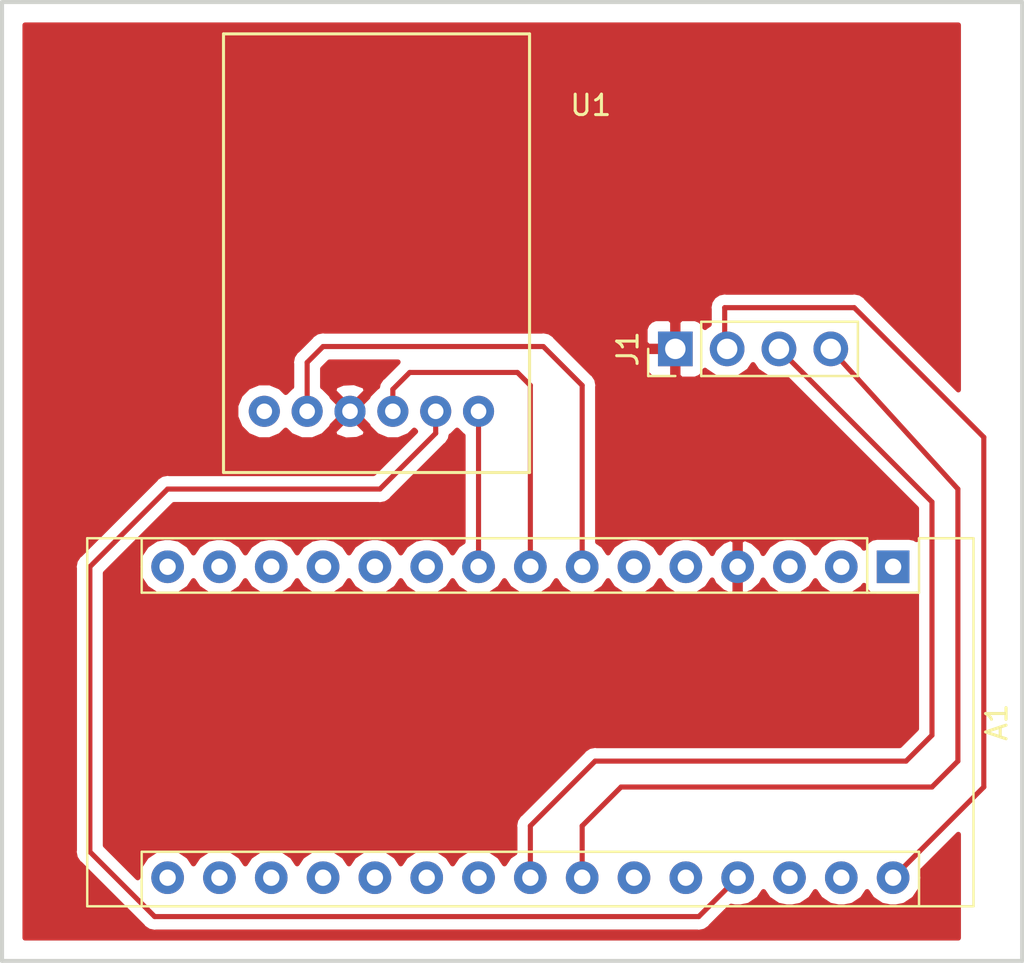
<source format=kicad_pcb>
(kicad_pcb (version 20171130) (host pcbnew "(5.0.2)-1")

  (general
    (thickness 1.6)
    (drawings 4)
    (tracks 36)
    (zones 0)
    (modules 3)
    (nets 32)
  )

  (page A4)
  (layers
    (0 F.Cu signal)
    (31 B.Cu signal)
    (32 B.Adhes user)
    (33 F.Adhes user)
    (34 B.Paste user)
    (35 F.Paste user)
    (36 B.SilkS user)
    (37 F.SilkS user)
    (38 B.Mask user)
    (39 F.Mask user)
    (40 Dwgs.User user)
    (41 Cmts.User user)
    (42 Eco1.User user)
    (43 Eco2.User user)
    (44 Edge.Cuts user)
    (45 Margin user)
    (46 B.CrtYd user)
    (47 F.CrtYd user)
    (48 B.Fab user)
    (49 F.Fab user)
  )

  (setup
    (last_trace_width 0.25)
    (trace_clearance 0.2)
    (zone_clearance 0.508)
    (zone_45_only no)
    (trace_min 0.2)
    (segment_width 0.2)
    (edge_width 0.2)
    (via_size 0.8)
    (via_drill 0.4)
    (via_min_size 0.4)
    (via_min_drill 0.3)
    (uvia_size 0.3)
    (uvia_drill 0.1)
    (uvias_allowed no)
    (uvia_min_size 0.2)
    (uvia_min_drill 0.1)
    (pcb_text_width 0.3)
    (pcb_text_size 1.5 1.5)
    (mod_edge_width 0.15)
    (mod_text_size 1 1)
    (mod_text_width 0.15)
    (pad_size 1.524 1.524)
    (pad_drill 0.762)
    (pad_to_mask_clearance 0.051)
    (solder_mask_min_width 0.25)
    (aux_axis_origin 0 0)
    (visible_elements FFFFFF7F)
    (pcbplotparams
      (layerselection 0x010fc_ffffffff)
      (usegerberextensions false)
      (usegerberattributes false)
      (usegerberadvancedattributes false)
      (creategerberjobfile false)
      (excludeedgelayer true)
      (linewidth 0.100000)
      (plotframeref false)
      (viasonmask false)
      (mode 1)
      (useauxorigin false)
      (hpglpennumber 1)
      (hpglpenspeed 20)
      (hpglpendiameter 15.000000)
      (psnegative false)
      (psa4output false)
      (plotreference true)
      (plotvalue true)
      (plotinvisibletext false)
      (padsonsilk false)
      (subtractmaskfromsilk false)
      (outputformat 1)
      (mirror false)
      (drillshape 1)
      (scaleselection 1)
      (outputdirectory ""))
  )

  (net 0 "")
  (net 1 "Net-(A1-Pad1)")
  (net 2 "Net-(A1-Pad17)")
  (net 3 "Net-(A1-Pad2)")
  (net 4 "Net-(A1-Pad18)")
  (net 5 "Net-(A1-Pad3)")
  (net 6 "Net-(A1-Pad19)")
  (net 7 "Net-(A1-Pad20)")
  (net 8 "Net-(A1-Pad5)")
  (net 9 "Net-(A1-Pad21)")
  (net 10 "Net-(A1-Pad6)")
  (net 11 "Net-(A1-Pad22)")
  (net 12 "Net-(A1-Pad7)")
  (net 13 "Net-(A1-Pad23)")
  (net 14 "Net-(A1-Pad8)")
  (net 15 "Net-(A1-Pad24)")
  (net 16 "Net-(A1-Pad9)")
  (net 17 "Net-(A1-Pad25)")
  (net 18 "Net-(A1-Pad10)")
  (net 19 "Net-(A1-Pad26)")
  (net 20 "Net-(A1-Pad11)")
  (net 21 "Net-(A1-Pad27)")
  (net 22 "Net-(A1-Pad12)")
  (net 23 "Net-(A1-Pad28)")
  (net 24 "Net-(A1-Pad13)")
  (net 25 "Net-(A1-Pad29)")
  (net 26 "Net-(A1-Pad14)")
  (net 27 "Net-(A1-Pad30)")
  (net 28 "Net-(A1-Pad15)")
  (net 29 "Net-(A1-Pad16)")
  (net 30 "Net-(U1-Pad1)")
  (net 31 GND)

  (net_class Default "This is the default net class."
    (clearance 0.2)
    (trace_width 0.25)
    (via_dia 0.8)
    (via_drill 0.4)
    (uvia_dia 0.3)
    (uvia_drill 0.1)
    (add_net GND)
    (add_net "Net-(A1-Pad1)")
    (add_net "Net-(A1-Pad10)")
    (add_net "Net-(A1-Pad11)")
    (add_net "Net-(A1-Pad12)")
    (add_net "Net-(A1-Pad13)")
    (add_net "Net-(A1-Pad14)")
    (add_net "Net-(A1-Pad15)")
    (add_net "Net-(A1-Pad16)")
    (add_net "Net-(A1-Pad17)")
    (add_net "Net-(A1-Pad18)")
    (add_net "Net-(A1-Pad19)")
    (add_net "Net-(A1-Pad2)")
    (add_net "Net-(A1-Pad20)")
    (add_net "Net-(A1-Pad21)")
    (add_net "Net-(A1-Pad22)")
    (add_net "Net-(A1-Pad23)")
    (add_net "Net-(A1-Pad24)")
    (add_net "Net-(A1-Pad25)")
    (add_net "Net-(A1-Pad26)")
    (add_net "Net-(A1-Pad27)")
    (add_net "Net-(A1-Pad28)")
    (add_net "Net-(A1-Pad29)")
    (add_net "Net-(A1-Pad3)")
    (add_net "Net-(A1-Pad30)")
    (add_net "Net-(A1-Pad5)")
    (add_net "Net-(A1-Pad6)")
    (add_net "Net-(A1-Pad7)")
    (add_net "Net-(A1-Pad8)")
    (add_net "Net-(A1-Pad9)")
    (add_net "Net-(U1-Pad1)")
  )

  (module Connector_PinHeader_2.54mm:PinHeader_1x04_P2.54mm_Vertical (layer F.Cu) (tedit 59FED5CC) (tstamp 5D07FC5A)
    (at 183 96 90)
    (descr "Through hole straight pin header, 1x04, 2.54mm pitch, single row")
    (tags "Through hole pin header THT 1x04 2.54mm single row")
    (path /5CFB6FDB)
    (fp_text reference J1 (at 0 -2.33 90) (layer F.SilkS)
      (effects (font (size 1 1) (thickness 0.15)))
    )
    (fp_text value Conn_01x04_Female (at 0 9.95 90) (layer F.Fab)
      (effects (font (size 1 1) (thickness 0.15)))
    )
    (fp_line (start -0.635 -1.27) (end 1.27 -1.27) (layer F.Fab) (width 0.1))
    (fp_line (start 1.27 -1.27) (end 1.27 8.89) (layer F.Fab) (width 0.1))
    (fp_line (start 1.27 8.89) (end -1.27 8.89) (layer F.Fab) (width 0.1))
    (fp_line (start -1.27 8.89) (end -1.27 -0.635) (layer F.Fab) (width 0.1))
    (fp_line (start -1.27 -0.635) (end -0.635 -1.27) (layer F.Fab) (width 0.1))
    (fp_line (start -1.33 8.95) (end 1.33 8.95) (layer F.SilkS) (width 0.12))
    (fp_line (start -1.33 1.27) (end -1.33 8.95) (layer F.SilkS) (width 0.12))
    (fp_line (start 1.33 1.27) (end 1.33 8.95) (layer F.SilkS) (width 0.12))
    (fp_line (start -1.33 1.27) (end 1.33 1.27) (layer F.SilkS) (width 0.12))
    (fp_line (start -1.33 0) (end -1.33 -1.33) (layer F.SilkS) (width 0.12))
    (fp_line (start -1.33 -1.33) (end 0 -1.33) (layer F.SilkS) (width 0.12))
    (fp_line (start -1.8 -1.8) (end -1.8 9.4) (layer F.CrtYd) (width 0.05))
    (fp_line (start -1.8 9.4) (end 1.8 9.4) (layer F.CrtYd) (width 0.05))
    (fp_line (start 1.8 9.4) (end 1.8 -1.8) (layer F.CrtYd) (width 0.05))
    (fp_line (start 1.8 -1.8) (end -1.8 -1.8) (layer F.CrtYd) (width 0.05))
    (fp_text user %R (at 0 3.81 180) (layer F.Fab)
      (effects (font (size 1 1) (thickness 0.15)))
    )
    (pad 1 thru_hole rect (at 0 0 90) (size 1.7 1.7) (drill 1) (layers *.Cu *.Mask)
      (net 31 GND))
    (pad 2 thru_hole oval (at 0 2.54 90) (size 1.7 1.7) (drill 1) (layers *.Cu *.Mask)
      (net 27 "Net-(A1-Pad30)"))
    (pad 3 thru_hole oval (at 0 5.08 90) (size 1.7 1.7) (drill 1) (layers *.Cu *.Mask)
      (net 13 "Net-(A1-Pad23)"))
    (pad 4 thru_hole oval (at 0 7.62 90) (size 1.7 1.7) (drill 1) (layers *.Cu *.Mask)
      (net 15 "Net-(A1-Pad24)"))
    (model ${KISYS3DMOD}/Connector_PinHeader_2.54mm.3dshapes/PinHeader_1x04_P2.54mm_Vertical.wrl
      (at (xyz 0 0 0))
      (scale (xyz 1 1 1))
      (rotate (xyz 0 0 0))
    )
  )

  (module EMS22A_b-style:EMS22A_B-style (layer F.Cu) (tedit 5CFB5E49) (tstamp 5D07FC42)
    (at 162.855 99.06)
    (path /5CFB6876)
    (fp_text reference U1 (at 16 -15) (layer F.SilkS)
      (effects (font (size 1 1) (thickness 0.15)))
    )
    (fp_text value EMS22A_B-style (at 20 -17) (layer F.Fab)
      (effects (font (size 1 1) (thickness 0.15)))
    )
    (fp_line (start 13 -18.5) (end -2 -18.5) (layer F.SilkS) (width 0.15))
    (fp_line (start 13 3) (end 13 -18.5) (layer F.SilkS) (width 0.15))
    (fp_line (start -2 3) (end 13 3) (layer F.SilkS) (width 0.15))
    (fp_line (start -2 -18.5) (end -2 3) (layer F.SilkS) (width 0.15))
    (pad 6 thru_hole circle (at 10.5 0) (size 1.524 1.524) (drill 0.762) (layers *.Cu *.Mask)
      (net 16 "Net-(A1-Pad9)"))
    (pad 5 thru_hole circle (at 8.4 0) (size 1.524 1.524) (drill 0.762) (layers *.Cu *.Mask)
      (net 21 "Net-(A1-Pad27)"))
    (pad 4 thru_hole circle (at 6.3 0) (size 1.524 1.524) (drill 0.762) (layers *.Cu *.Mask)
      (net 14 "Net-(A1-Pad8)"))
    (pad 3 thru_hole circle (at 4.2 0) (size 1.524 1.524) (drill 0.762) (layers *.Cu *.Mask)
      (net 31 GND))
    (pad 2 thru_hole circle (at 2.1 0) (size 1.524 1.524) (drill 0.762) (layers *.Cu *.Mask)
      (net 12 "Net-(A1-Pad7)"))
    (pad 1 thru_hole circle (at 0 0) (size 1.524 1.524) (drill 0.762) (layers *.Cu *.Mask)
      (net 30 "Net-(U1-Pad1)"))
  )

  (module Module:Arduino_Nano (layer F.Cu) (tedit 58ACAF70) (tstamp 5D07FC34)
    (at 193.675 106.68 270)
    (descr "Arduino Nano, http://www.mouser.com/pdfdocs/Gravitech_Arduino_Nano3_0.pdf")
    (tags "Arduino Nano")
    (path /5CFB6505)
    (fp_text reference A1 (at 7.62 -5.08 270) (layer F.SilkS)
      (effects (font (size 1 1) (thickness 0.15)))
    )
    (fp_text value Arduino_Nano_v2.x (at 8.89 19.05) (layer F.Fab)
      (effects (font (size 1 1) (thickness 0.15)))
    )
    (fp_text user %R (at 6.35 19.05) (layer F.Fab)
      (effects (font (size 1 1) (thickness 0.15)))
    )
    (fp_line (start 1.27 1.27) (end 1.27 -1.27) (layer F.SilkS) (width 0.12))
    (fp_line (start 1.27 -1.27) (end -1.4 -1.27) (layer F.SilkS) (width 0.12))
    (fp_line (start -1.4 1.27) (end -1.4 39.5) (layer F.SilkS) (width 0.12))
    (fp_line (start -1.4 -3.94) (end -1.4 -1.27) (layer F.SilkS) (width 0.12))
    (fp_line (start 13.97 -1.27) (end 16.64 -1.27) (layer F.SilkS) (width 0.12))
    (fp_line (start 13.97 -1.27) (end 13.97 36.83) (layer F.SilkS) (width 0.12))
    (fp_line (start 13.97 36.83) (end 16.64 36.83) (layer F.SilkS) (width 0.12))
    (fp_line (start 1.27 1.27) (end -1.4 1.27) (layer F.SilkS) (width 0.12))
    (fp_line (start 1.27 1.27) (end 1.27 36.83) (layer F.SilkS) (width 0.12))
    (fp_line (start 1.27 36.83) (end -1.4 36.83) (layer F.SilkS) (width 0.12))
    (fp_line (start 3.81 31.75) (end 11.43 31.75) (layer F.Fab) (width 0.1))
    (fp_line (start 11.43 31.75) (end 11.43 41.91) (layer F.Fab) (width 0.1))
    (fp_line (start 11.43 41.91) (end 3.81 41.91) (layer F.Fab) (width 0.1))
    (fp_line (start 3.81 41.91) (end 3.81 31.75) (layer F.Fab) (width 0.1))
    (fp_line (start -1.4 39.5) (end 16.64 39.5) (layer F.SilkS) (width 0.12))
    (fp_line (start 16.64 39.5) (end 16.64 -3.94) (layer F.SilkS) (width 0.12))
    (fp_line (start 16.64 -3.94) (end -1.4 -3.94) (layer F.SilkS) (width 0.12))
    (fp_line (start 16.51 39.37) (end -1.27 39.37) (layer F.Fab) (width 0.1))
    (fp_line (start -1.27 39.37) (end -1.27 -2.54) (layer F.Fab) (width 0.1))
    (fp_line (start -1.27 -2.54) (end 0 -3.81) (layer F.Fab) (width 0.1))
    (fp_line (start 0 -3.81) (end 16.51 -3.81) (layer F.Fab) (width 0.1))
    (fp_line (start 16.51 -3.81) (end 16.51 39.37) (layer F.Fab) (width 0.1))
    (fp_line (start -1.53 -4.06) (end 16.75 -4.06) (layer F.CrtYd) (width 0.05))
    (fp_line (start -1.53 -4.06) (end -1.53 42.16) (layer F.CrtYd) (width 0.05))
    (fp_line (start 16.75 42.16) (end 16.75 -4.06) (layer F.CrtYd) (width 0.05))
    (fp_line (start 16.75 42.16) (end -1.53 42.16) (layer F.CrtYd) (width 0.05))
    (pad 1 thru_hole rect (at 0 0 270) (size 1.6 1.6) (drill 0.8) (layers *.Cu *.Mask)
      (net 1 "Net-(A1-Pad1)"))
    (pad 17 thru_hole oval (at 15.24 33.02 270) (size 1.6 1.6) (drill 0.8) (layers *.Cu *.Mask)
      (net 2 "Net-(A1-Pad17)"))
    (pad 2 thru_hole oval (at 0 2.54 270) (size 1.6 1.6) (drill 0.8) (layers *.Cu *.Mask)
      (net 3 "Net-(A1-Pad2)"))
    (pad 18 thru_hole oval (at 15.24 30.48 270) (size 1.6 1.6) (drill 0.8) (layers *.Cu *.Mask)
      (net 4 "Net-(A1-Pad18)"))
    (pad 3 thru_hole oval (at 0 5.08 270) (size 1.6 1.6) (drill 0.8) (layers *.Cu *.Mask)
      (net 5 "Net-(A1-Pad3)"))
    (pad 19 thru_hole oval (at 15.24 27.94 270) (size 1.6 1.6) (drill 0.8) (layers *.Cu *.Mask)
      (net 6 "Net-(A1-Pad19)"))
    (pad 4 thru_hole oval (at 0 7.62 270) (size 1.6 1.6) (drill 0.8) (layers *.Cu *.Mask)
      (net 31 GND))
    (pad 20 thru_hole oval (at 15.24 25.4 270) (size 1.6 1.6) (drill 0.8) (layers *.Cu *.Mask)
      (net 7 "Net-(A1-Pad20)"))
    (pad 5 thru_hole oval (at 0 10.16 270) (size 1.6 1.6) (drill 0.8) (layers *.Cu *.Mask)
      (net 8 "Net-(A1-Pad5)"))
    (pad 21 thru_hole oval (at 15.24 22.86 270) (size 1.6 1.6) (drill 0.8) (layers *.Cu *.Mask)
      (net 9 "Net-(A1-Pad21)"))
    (pad 6 thru_hole oval (at 0 12.7 270) (size 1.6 1.6) (drill 0.8) (layers *.Cu *.Mask)
      (net 10 "Net-(A1-Pad6)"))
    (pad 22 thru_hole oval (at 15.24 20.32 270) (size 1.6 1.6) (drill 0.8) (layers *.Cu *.Mask)
      (net 11 "Net-(A1-Pad22)"))
    (pad 7 thru_hole oval (at 0 15.24 270) (size 1.6 1.6) (drill 0.8) (layers *.Cu *.Mask)
      (net 12 "Net-(A1-Pad7)"))
    (pad 23 thru_hole oval (at 15.24 17.78 270) (size 1.6 1.6) (drill 0.8) (layers *.Cu *.Mask)
      (net 13 "Net-(A1-Pad23)"))
    (pad 8 thru_hole oval (at 0 17.78 270) (size 1.6 1.6) (drill 0.8) (layers *.Cu *.Mask)
      (net 14 "Net-(A1-Pad8)"))
    (pad 24 thru_hole oval (at 15.24 15.24 270) (size 1.6 1.6) (drill 0.8) (layers *.Cu *.Mask)
      (net 15 "Net-(A1-Pad24)"))
    (pad 9 thru_hole oval (at 0 20.32 270) (size 1.6 1.6) (drill 0.8) (layers *.Cu *.Mask)
      (net 16 "Net-(A1-Pad9)"))
    (pad 25 thru_hole oval (at 15.24 12.7 270) (size 1.6 1.6) (drill 0.8) (layers *.Cu *.Mask)
      (net 17 "Net-(A1-Pad25)"))
    (pad 10 thru_hole oval (at 0 22.86 270) (size 1.6 1.6) (drill 0.8) (layers *.Cu *.Mask)
      (net 18 "Net-(A1-Pad10)"))
    (pad 26 thru_hole oval (at 15.24 10.16 270) (size 1.6 1.6) (drill 0.8) (layers *.Cu *.Mask)
      (net 19 "Net-(A1-Pad26)"))
    (pad 11 thru_hole oval (at 0 25.4 270) (size 1.6 1.6) (drill 0.8) (layers *.Cu *.Mask)
      (net 20 "Net-(A1-Pad11)"))
    (pad 27 thru_hole oval (at 15.24 7.62 270) (size 1.6 1.6) (drill 0.8) (layers *.Cu *.Mask)
      (net 21 "Net-(A1-Pad27)"))
    (pad 12 thru_hole oval (at 0 27.94 270) (size 1.6 1.6) (drill 0.8) (layers *.Cu *.Mask)
      (net 22 "Net-(A1-Pad12)"))
    (pad 28 thru_hole oval (at 15.24 5.08 270) (size 1.6 1.6) (drill 0.8) (layers *.Cu *.Mask)
      (net 23 "Net-(A1-Pad28)"))
    (pad 13 thru_hole oval (at 0 30.48 270) (size 1.6 1.6) (drill 0.8) (layers *.Cu *.Mask)
      (net 24 "Net-(A1-Pad13)"))
    (pad 29 thru_hole oval (at 15.24 2.54 270) (size 1.6 1.6) (drill 0.8) (layers *.Cu *.Mask)
      (net 25 "Net-(A1-Pad29)"))
    (pad 14 thru_hole oval (at 0 33.02 270) (size 1.6 1.6) (drill 0.8) (layers *.Cu *.Mask)
      (net 26 "Net-(A1-Pad14)"))
    (pad 30 thru_hole oval (at 15.24 0 270) (size 1.6 1.6) (drill 0.8) (layers *.Cu *.Mask)
      (net 27 "Net-(A1-Pad30)"))
    (pad 15 thru_hole oval (at 0 35.56 270) (size 1.6 1.6) (drill 0.8) (layers *.Cu *.Mask)
      (net 28 "Net-(A1-Pad15)"))
    (pad 16 thru_hole oval (at 15.24 35.56 270) (size 1.6 1.6) (drill 0.8) (layers *.Cu *.Mask)
      (net 29 "Net-(A1-Pad16)"))
    (model ${KISYS3DMOD}/Module.3dshapes/Arduino_Nano_WithMountingHoles.wrl
      (at (xyz 0 0 0))
      (scale (xyz 1 1 1))
      (rotate (xyz 0 0 0))
    )
  )

  (gr_line (start 200 126) (end 150 126) (layer Edge.Cuts) (width 0.2))
  (gr_line (start 200 79) (end 200 126) (layer Edge.Cuts) (width 0.2))
  (gr_line (start 150 79) (end 200 79) (layer Edge.Cuts) (width 0.2))
  (gr_line (start 150 126) (end 150 79) (layer Edge.Cuts) (width 0.2))

  (segment (start 164.955 99.06) (end 164.955 96.665) (width 0.25) (layer F.Cu) (net 12))
  (segment (start 164.955 96.665) (end 165.735 95.885) (width 0.25) (layer F.Cu) (net 12))
  (segment (start 165.735 95.885) (end 176.53 95.885) (width 0.25) (layer F.Cu) (net 12))
  (segment (start 178.435 97.79) (end 178.435 106.68) (width 0.25) (layer F.Cu) (net 12))
  (segment (start 176.53 95.885) (end 178.435 97.79) (width 0.25) (layer F.Cu) (net 12))
  (segment (start 175.895 119.38) (end 175.895 121.92) (width 0.25) (layer F.Cu) (net 13))
  (segment (start 179.07 116.205) (end 175.895 119.38) (width 0.25) (layer F.Cu) (net 13))
  (segment (start 194.31 116.205) (end 179.07 116.205) (width 0.25) (layer F.Cu) (net 13))
  (segment (start 195.58 114.935) (end 194.31 116.205) (width 0.25) (layer F.Cu) (net 13))
  (segment (start 187.96 95.885) (end 195.58 103.505) (width 0.25) (layer F.Cu) (net 13))
  (segment (start 195.58 103.505) (end 195.58 114.935) (width 0.25) (layer F.Cu) (net 13))
  (segment (start 169.155 97.98237) (end 169.98237 97.155) (width 0.25) (layer F.Cu) (net 14))
  (segment (start 169.155 99.06) (end 169.155 97.98237) (width 0.25) (layer F.Cu) (net 14))
  (segment (start 169.98237 97.155) (end 175.26 97.155) (width 0.25) (layer F.Cu) (net 14))
  (segment (start 175.895 97.79) (end 175.895 106.68) (width 0.25) (layer F.Cu) (net 14))
  (segment (start 175.26 97.155) (end 175.895 97.79) (width 0.25) (layer F.Cu) (net 14))
  (segment (start 196.85 102.87) (end 190.5 95.885) (width 0.25) (layer F.Cu) (net 15))
  (segment (start 196.85 116.205) (end 196.85 102.87) (width 0.25) (layer F.Cu) (net 15))
  (segment (start 195.58 117.475) (end 196.85 116.205) (width 0.25) (layer F.Cu) (net 15))
  (segment (start 180.34 117.475) (end 195.58 117.475) (width 0.25) (layer F.Cu) (net 15))
  (segment (start 178.435 121.92) (end 178.435 119.38) (width 0.25) (layer F.Cu) (net 15))
  (segment (start 178.435 119.38) (end 180.34 117.475) (width 0.25) (layer F.Cu) (net 15))
  (segment (start 173.355 99.06) (end 173.355 106.68) (width 0.25) (layer F.Cu) (net 16))
  (segment (start 184.15 123.825) (end 186.055 121.92) (width 0.25) (layer F.Cu) (net 21))
  (segment (start 157.48 123.825) (end 184.15 123.825) (width 0.25) (layer F.Cu) (net 21))
  (segment (start 171.255 100.13763) (end 168.52263 102.87) (width 0.25) (layer F.Cu) (net 21))
  (segment (start 171.255 99.06) (end 171.255 100.13763) (width 0.25) (layer F.Cu) (net 21))
  (segment (start 168.52263 102.87) (end 158.115 102.87) (width 0.25) (layer F.Cu) (net 21))
  (segment (start 158.115 102.87) (end 154.305 106.68) (width 0.25) (layer F.Cu) (net 21))
  (segment (start 154.305 106.68) (end 154.305 120.65) (width 0.25) (layer F.Cu) (net 21))
  (segment (start 154.305 120.65) (end 157.48 123.825) (width 0.25) (layer F.Cu) (net 21))
  (segment (start 198.12 117.475) (end 193.675 121.92) (width 0.25) (layer F.Cu) (net 27))
  (segment (start 198.12 100.33) (end 198.12 117.475) (width 0.25) (layer F.Cu) (net 27))
  (segment (start 191.77 93.98) (end 198.12 100.33) (width 0.25) (layer F.Cu) (net 27))
  (segment (start 185.42 95.885) (end 185.42 93.98) (width 0.25) (layer F.Cu) (net 27))
  (segment (start 185.42 93.98) (end 191.77 93.98) (width 0.25) (layer F.Cu) (net 27))

  (zone (net 31) (net_name GND) (layer F.Cu) (tstamp 0) (hatch edge 0.508)
    (connect_pads (clearance 0.508))
    (min_thickness 0.254)
    (fill yes (arc_segments 16) (thermal_gap 0.508) (thermal_bridge_width 0.508))
    (polygon
      (pts
        (xy 197 125) (xy 151 125) (xy 151 80) (xy 197 80)
      )
    )
    (filled_polygon
      (pts
        (xy 196.873 98.008198) (xy 192.360331 93.49553) (xy 192.317929 93.432071) (xy 192.066537 93.264096) (xy 191.844852 93.22)
        (xy 191.844847 93.22) (xy 191.77 93.205112) (xy 191.695153 93.22) (xy 185.494852 93.22) (xy 185.42 93.205111)
        (xy 185.345148 93.22) (xy 185.123463 93.264096) (xy 184.872071 93.432071) (xy 184.704096 93.683463) (xy 184.645111 93.98)
        (xy 184.660001 94.054857) (xy 184.660001 94.802003) (xy 184.469375 94.929375) (xy 184.454904 94.951033) (xy 184.388327 94.790302)
        (xy 184.209699 94.611673) (xy 183.97631 94.515) (xy 183.28575 94.515) (xy 183.127 94.67375) (xy 183.127 95.873)
        (xy 183.147 95.873) (xy 183.147 96.127) (xy 183.127 96.127) (xy 183.127 97.32625) (xy 183.28575 97.485)
        (xy 183.97631 97.485) (xy 184.209699 97.388327) (xy 184.388327 97.209698) (xy 184.454904 97.048967) (xy 184.469375 97.070625)
        (xy 184.960582 97.398839) (xy 185.393744 97.485) (xy 185.686256 97.485) (xy 186.119418 97.398839) (xy 186.610625 97.070625)
        (xy 186.81 96.772239) (xy 187.009375 97.070625) (xy 187.500582 97.398839) (xy 187.933744 97.485) (xy 188.226256 97.485)
        (xy 188.442237 97.442039) (xy 194.82 103.819803) (xy 194.82 105.346814) (xy 194.722765 105.281843) (xy 194.475 105.23256)
        (xy 192.875 105.23256) (xy 192.627235 105.281843) (xy 192.417191 105.422191) (xy 192.276843 105.632235) (xy 192.250215 105.766106)
        (xy 192.169577 105.645423) (xy 191.694909 105.32826) (xy 191.276333 105.245) (xy 190.993667 105.245) (xy 190.575091 105.32826)
        (xy 190.100423 105.645423) (xy 189.865 105.997758) (xy 189.629577 105.645423) (xy 189.154909 105.32826) (xy 188.736333 105.245)
        (xy 188.453667 105.245) (xy 188.035091 105.32826) (xy 187.560423 105.645423) (xy 187.304053 106.029108) (xy 187.207389 105.824866)
        (xy 186.792423 105.448959) (xy 186.404039 105.288096) (xy 186.182 105.410085) (xy 186.182 106.553) (xy 186.202 106.553)
        (xy 186.202 106.807) (xy 186.182 106.807) (xy 186.182 107.949915) (xy 186.404039 108.071904) (xy 186.792423 107.911041)
        (xy 187.207389 107.535134) (xy 187.304053 107.330892) (xy 187.560423 107.714577) (xy 188.035091 108.03174) (xy 188.453667 108.115)
        (xy 188.736333 108.115) (xy 189.154909 108.03174) (xy 189.629577 107.714577) (xy 189.865 107.362242) (xy 190.100423 107.714577)
        (xy 190.575091 108.03174) (xy 190.993667 108.115) (xy 191.276333 108.115) (xy 191.694909 108.03174) (xy 192.169577 107.714577)
        (xy 192.250215 107.593894) (xy 192.276843 107.727765) (xy 192.417191 107.937809) (xy 192.627235 108.078157) (xy 192.875 108.12744)
        (xy 194.475 108.12744) (xy 194.722765 108.078157) (xy 194.82 108.013186) (xy 194.820001 114.620197) (xy 193.995199 115.445)
        (xy 179.144846 115.445) (xy 179.069999 115.430112) (xy 178.995152 115.445) (xy 178.995148 115.445) (xy 178.773463 115.489096)
        (xy 178.522071 115.657071) (xy 178.479671 115.720527) (xy 175.41053 118.789669) (xy 175.347071 118.832071) (xy 175.179096 119.083464)
        (xy 175.135 119.305149) (xy 175.135 119.305153) (xy 175.120112 119.38) (xy 175.135 119.454847) (xy 175.135001 120.701956)
        (xy 174.860423 120.885423) (xy 174.625 121.237758) (xy 174.389577 120.885423) (xy 173.914909 120.56826) (xy 173.496333 120.485)
        (xy 173.213667 120.485) (xy 172.795091 120.56826) (xy 172.320423 120.885423) (xy 172.085 121.237758) (xy 171.849577 120.885423)
        (xy 171.374909 120.56826) (xy 170.956333 120.485) (xy 170.673667 120.485) (xy 170.255091 120.56826) (xy 169.780423 120.885423)
        (xy 169.545 121.237758) (xy 169.309577 120.885423) (xy 168.834909 120.56826) (xy 168.416333 120.485) (xy 168.133667 120.485)
        (xy 167.715091 120.56826) (xy 167.240423 120.885423) (xy 167.005 121.237758) (xy 166.769577 120.885423) (xy 166.294909 120.56826)
        (xy 165.876333 120.485) (xy 165.593667 120.485) (xy 165.175091 120.56826) (xy 164.700423 120.885423) (xy 164.465 121.237758)
        (xy 164.229577 120.885423) (xy 163.754909 120.56826) (xy 163.336333 120.485) (xy 163.053667 120.485) (xy 162.635091 120.56826)
        (xy 162.160423 120.885423) (xy 161.925 121.237758) (xy 161.689577 120.885423) (xy 161.214909 120.56826) (xy 160.796333 120.485)
        (xy 160.513667 120.485) (xy 160.095091 120.56826) (xy 159.620423 120.885423) (xy 159.385 121.237758) (xy 159.149577 120.885423)
        (xy 158.674909 120.56826) (xy 158.256333 120.485) (xy 157.973667 120.485) (xy 157.555091 120.56826) (xy 157.080423 120.885423)
        (xy 156.76326 121.360091) (xy 156.651887 121.92) (xy 156.652405 121.922603) (xy 155.065 120.335199) (xy 155.065 106.994801)
        (xy 158.429802 103.63) (xy 168.447783 103.63) (xy 168.52263 103.644888) (xy 168.597477 103.63) (xy 168.597482 103.63)
        (xy 168.819167 103.585904) (xy 169.070559 103.417929) (xy 169.112961 103.35447) (xy 171.739473 100.727959) (xy 171.802929 100.685559)
        (xy 171.845924 100.621212) (xy 171.970904 100.434168) (xy 172.001093 100.282397) (xy 172.005285 100.261324) (xy 172.046337 100.24432)
        (xy 172.305 99.985657) (xy 172.563663 100.24432) (xy 172.595 100.2573) (xy 172.595001 105.461956) (xy 172.320423 105.645423)
        (xy 172.085 105.997758) (xy 171.849577 105.645423) (xy 171.374909 105.32826) (xy 170.956333 105.245) (xy 170.673667 105.245)
        (xy 170.255091 105.32826) (xy 169.780423 105.645423) (xy 169.545 105.997758) (xy 169.309577 105.645423) (xy 168.834909 105.32826)
        (xy 168.416333 105.245) (xy 168.133667 105.245) (xy 167.715091 105.32826) (xy 167.240423 105.645423) (xy 167.005 105.997758)
        (xy 166.769577 105.645423) (xy 166.294909 105.32826) (xy 165.876333 105.245) (xy 165.593667 105.245) (xy 165.175091 105.32826)
        (xy 164.700423 105.645423) (xy 164.465 105.997758) (xy 164.229577 105.645423) (xy 163.754909 105.32826) (xy 163.336333 105.245)
        (xy 163.053667 105.245) (xy 162.635091 105.32826) (xy 162.160423 105.645423) (xy 161.925 105.997758) (xy 161.689577 105.645423)
        (xy 161.214909 105.32826) (xy 160.796333 105.245) (xy 160.513667 105.245) (xy 160.095091 105.32826) (xy 159.620423 105.645423)
        (xy 159.385 105.997758) (xy 159.149577 105.645423) (xy 158.674909 105.32826) (xy 158.256333 105.245) (xy 157.973667 105.245)
        (xy 157.555091 105.32826) (xy 157.080423 105.645423) (xy 156.76326 106.120091) (xy 156.651887 106.68) (xy 156.76326 107.239909)
        (xy 157.080423 107.714577) (xy 157.555091 108.03174) (xy 157.973667 108.115) (xy 158.256333 108.115) (xy 158.674909 108.03174)
        (xy 159.149577 107.714577) (xy 159.385 107.362242) (xy 159.620423 107.714577) (xy 160.095091 108.03174) (xy 160.513667 108.115)
        (xy 160.796333 108.115) (xy 161.214909 108.03174) (xy 161.689577 107.714577) (xy 161.925 107.362242) (xy 162.160423 107.714577)
        (xy 162.635091 108.03174) (xy 163.053667 108.115) (xy 163.336333 108.115) (xy 163.754909 108.03174) (xy 164.229577 107.714577)
        (xy 164.465 107.362242) (xy 164.700423 107.714577) (xy 165.175091 108.03174) (xy 165.593667 108.115) (xy 165.876333 108.115)
        (xy 166.294909 108.03174) (xy 166.769577 107.714577) (xy 167.005 107.362242) (xy 167.240423 107.714577) (xy 167.715091 108.03174)
        (xy 168.133667 108.115) (xy 168.416333 108.115) (xy 168.834909 108.03174) (xy 169.309577 107.714577) (xy 169.545 107.362242)
        (xy 169.780423 107.714577) (xy 170.255091 108.03174) (xy 170.673667 108.115) (xy 170.956333 108.115) (xy 171.374909 108.03174)
        (xy 171.849577 107.714577) (xy 172.085 107.362242) (xy 172.320423 107.714577) (xy 172.795091 108.03174) (xy 173.213667 108.115)
        (xy 173.496333 108.115) (xy 173.914909 108.03174) (xy 174.389577 107.714577) (xy 174.625 107.362242) (xy 174.860423 107.714577)
        (xy 175.335091 108.03174) (xy 175.753667 108.115) (xy 176.036333 108.115) (xy 176.454909 108.03174) (xy 176.929577 107.714577)
        (xy 177.165 107.362242) (xy 177.400423 107.714577) (xy 177.875091 108.03174) (xy 178.293667 108.115) (xy 178.576333 108.115)
        (xy 178.994909 108.03174) (xy 179.469577 107.714577) (xy 179.705 107.362242) (xy 179.940423 107.714577) (xy 180.415091 108.03174)
        (xy 180.833667 108.115) (xy 181.116333 108.115) (xy 181.534909 108.03174) (xy 182.009577 107.714577) (xy 182.245 107.362242)
        (xy 182.480423 107.714577) (xy 182.955091 108.03174) (xy 183.373667 108.115) (xy 183.656333 108.115) (xy 184.074909 108.03174)
        (xy 184.549577 107.714577) (xy 184.805947 107.330892) (xy 184.902611 107.535134) (xy 185.317577 107.911041) (xy 185.705961 108.071904)
        (xy 185.928 107.949915) (xy 185.928 106.807) (xy 185.908 106.807) (xy 185.908 106.553) (xy 185.928 106.553)
        (xy 185.928 105.410085) (xy 185.705961 105.288096) (xy 185.317577 105.448959) (xy 184.902611 105.824866) (xy 184.805947 106.029108)
        (xy 184.549577 105.645423) (xy 184.074909 105.32826) (xy 183.656333 105.245) (xy 183.373667 105.245) (xy 182.955091 105.32826)
        (xy 182.480423 105.645423) (xy 182.245 105.997758) (xy 182.009577 105.645423) (xy 181.534909 105.32826) (xy 181.116333 105.245)
        (xy 180.833667 105.245) (xy 180.415091 105.32826) (xy 179.940423 105.645423) (xy 179.705 105.997758) (xy 179.469577 105.645423)
        (xy 179.195 105.461957) (xy 179.195 97.864848) (xy 179.209888 97.79) (xy 179.195 97.715152) (xy 179.195 97.715148)
        (xy 179.150904 97.493463) (xy 179.150904 97.493462) (xy 179.025329 97.305527) (xy 178.982929 97.242071) (xy 178.919473 97.199671)
        (xy 178.005552 96.28575) (xy 181.515 96.28575) (xy 181.515 96.976309) (xy 181.611673 97.209698) (xy 181.790301 97.388327)
        (xy 182.02369 97.485) (xy 182.71425 97.485) (xy 182.873 97.32625) (xy 182.873 96.127) (xy 181.67375 96.127)
        (xy 181.515 96.28575) (xy 178.005552 96.28575) (xy 177.120331 95.40053) (xy 177.077929 95.337071) (xy 176.826537 95.169096)
        (xy 176.604852 95.125) (xy 176.604847 95.125) (xy 176.53 95.110112) (xy 176.455153 95.125) (xy 165.809848 95.125)
        (xy 165.735 95.110112) (xy 165.660152 95.125) (xy 165.660148 95.125) (xy 165.438463 95.169096) (xy 165.187071 95.337071)
        (xy 165.144671 95.400527) (xy 164.470528 96.074671) (xy 164.407072 96.117071) (xy 164.364672 96.180527) (xy 164.364671 96.180528)
        (xy 164.239097 96.368463) (xy 164.180112 96.665) (xy 164.195001 96.739852) (xy 164.195 97.8627) (xy 164.163663 97.87568)
        (xy 163.905 98.134343) (xy 163.646337 97.87568) (xy 163.132881 97.663) (xy 162.577119 97.663) (xy 162.063663 97.87568)
        (xy 161.67068 98.268663) (xy 161.458 98.782119) (xy 161.458 99.337881) (xy 161.67068 99.851337) (xy 162.063663 100.24432)
        (xy 162.577119 100.457) (xy 163.132881 100.457) (xy 163.646337 100.24432) (xy 163.905 99.985657) (xy 164.163663 100.24432)
        (xy 164.677119 100.457) (xy 165.232881 100.457) (xy 165.746337 100.24432) (xy 165.950444 100.040213) (xy 166.254392 100.040213)
        (xy 166.323857 100.282397) (xy 166.847302 100.469144) (xy 167.402368 100.441362) (xy 167.786143 100.282397) (xy 167.855608 100.040213)
        (xy 167.055 99.239605) (xy 166.254392 100.040213) (xy 165.950444 100.040213) (xy 166.13932 99.851337) (xy 166.178396 99.756999)
        (xy 166.875395 99.06) (xy 166.178396 98.363001) (xy 166.13932 98.268663) (xy 165.950444 98.079787) (xy 166.254392 98.079787)
        (xy 167.055 98.880395) (xy 167.855608 98.079787) (xy 167.786143 97.837603) (xy 167.262698 97.650856) (xy 166.707632 97.678638)
        (xy 166.323857 97.837603) (xy 166.254392 98.079787) (xy 165.950444 98.079787) (xy 165.746337 97.87568) (xy 165.715 97.8627)
        (xy 165.715 96.979801) (xy 166.049802 96.645) (xy 169.409098 96.645) (xy 169.392041 96.670527) (xy 168.670528 97.392041)
        (xy 168.607072 97.434441) (xy 168.564672 97.497897) (xy 168.564671 97.497898) (xy 168.439097 97.685833) (xy 168.404716 97.858675)
        (xy 168.363663 97.87568) (xy 167.97068 98.268663) (xy 167.931604 98.363001) (xy 167.234605 99.06) (xy 167.931604 99.756999)
        (xy 167.97068 99.851337) (xy 168.363663 100.24432) (xy 168.877119 100.457) (xy 169.432881 100.457) (xy 169.946337 100.24432)
        (xy 170.205 99.985657) (xy 170.268586 100.049243) (xy 168.207829 102.11) (xy 158.189848 102.11) (xy 158.115 102.095112)
        (xy 158.040152 102.11) (xy 158.040148 102.11) (xy 157.866605 102.14452) (xy 157.818462 102.154096) (xy 157.631418 102.279076)
        (xy 157.567071 102.322071) (xy 157.524671 102.385527) (xy 153.82053 106.089669) (xy 153.757071 106.132071) (xy 153.589096 106.383464)
        (xy 153.545 106.605149) (xy 153.545 106.605153) (xy 153.530112 106.68) (xy 153.545 106.754847) (xy 153.545001 120.575148)
        (xy 153.530112 120.65) (xy 153.545001 120.724852) (xy 153.589097 120.946537) (xy 153.757072 121.197929) (xy 153.820528 121.240329)
        (xy 156.889671 124.309473) (xy 156.932071 124.372929) (xy 157.183463 124.540904) (xy 157.405148 124.585) (xy 157.405152 124.585)
        (xy 157.479999 124.599888) (xy 157.554846 124.585) (xy 184.075153 124.585) (xy 184.15 124.599888) (xy 184.224847 124.585)
        (xy 184.224852 124.585) (xy 184.446537 124.540904) (xy 184.697929 124.372929) (xy 184.740331 124.30947) (xy 185.731114 123.318688)
        (xy 185.913667 123.355) (xy 186.196333 123.355) (xy 186.614909 123.27174) (xy 187.089577 122.954577) (xy 187.325 122.602242)
        (xy 187.560423 122.954577) (xy 188.035091 123.27174) (xy 188.453667 123.355) (xy 188.736333 123.355) (xy 189.154909 123.27174)
        (xy 189.629577 122.954577) (xy 189.865 122.602242) (xy 190.100423 122.954577) (xy 190.575091 123.27174) (xy 190.993667 123.355)
        (xy 191.276333 123.355) (xy 191.694909 123.27174) (xy 192.169577 122.954577) (xy 192.405 122.602242) (xy 192.640423 122.954577)
        (xy 193.115091 123.27174) (xy 193.533667 123.355) (xy 193.816333 123.355) (xy 194.234909 123.27174) (xy 194.709577 122.954577)
        (xy 195.02674 122.479909) (xy 195.138113 121.92) (xy 195.073688 121.596113) (xy 196.873 119.796801) (xy 196.873 124.873)
        (xy 151.127 124.873) (xy 151.127 95.023691) (xy 181.515 95.023691) (xy 181.515 95.71425) (xy 181.67375 95.873)
        (xy 182.873 95.873) (xy 182.873 94.67375) (xy 182.71425 94.515) (xy 182.02369 94.515) (xy 181.790301 94.611673)
        (xy 181.611673 94.790302) (xy 181.515 95.023691) (xy 151.127 95.023691) (xy 151.127 80.127) (xy 196.873 80.127)
      )
    )
  )
)

</source>
